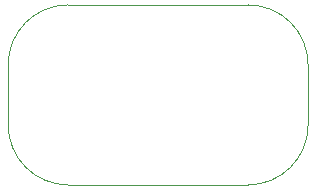
<source format=gbr>
%TF.GenerationSoftware,KiCad,Pcbnew,7.0.5*%
%TF.CreationDate,2024-01-10T20:01:49+02:00*%
%TF.ProjectId,Clock Oscillator,436c6f63-6b20-44f7-9363-696c6c61746f,rev?*%
%TF.SameCoordinates,Original*%
%TF.FileFunction,Profile,NP*%
%FSLAX46Y46*%
G04 Gerber Fmt 4.6, Leading zero omitted, Abs format (unit mm)*
G04 Created by KiCad (PCBNEW 7.0.5) date 2024-01-10 20:01:49*
%MOMM*%
%LPD*%
G01*
G04 APERTURE LIST*
%TA.AperFunction,Profile*%
%ADD10C,0.100000*%
%TD*%
G04 APERTURE END LIST*
D10*
X115569996Y-63500000D02*
X130809998Y-63499998D01*
X130809998Y-63499998D02*
G75*
G03*
X135889998Y-58419998I2J5079998D01*
G01*
X135890003Y-53339996D02*
G75*
G03*
X130810000Y-48259997I-5080003J-4D01*
G01*
X110490000Y-58420000D02*
G75*
G03*
X115569996Y-63500000I5080000J0D01*
G01*
X130809998Y-48259997D02*
X115569998Y-48259998D01*
X135889999Y-53339996D02*
X135889998Y-58419998D01*
X110489998Y-53339998D02*
X110489996Y-58420000D01*
X115569998Y-48259998D02*
G75*
G03*
X110489998Y-53339998I2J-5080002D01*
G01*
M02*

</source>
